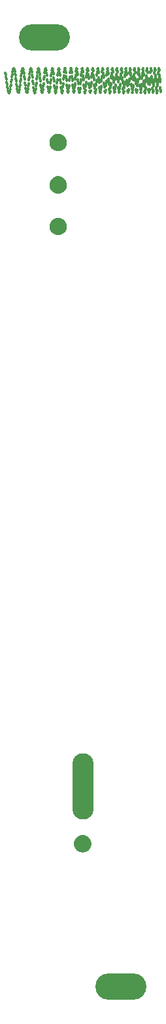
<source format=gts>
G04 Layer: TopSolderMaskLayer*
G04 EasyEDA v6.5.34, 2023-08-21 18:11:39*
G04 f96fbce58fd94eb08820de504881ded1,5a6b42c53f6a479593ecc07194224c93,10*
G04 Gerber Generator version 0.2*
G04 Scale: 100 percent, Rotated: No, Reflected: No *
G04 Dimensions in millimeters *
G04 leading zeros omitted , absolute positions ,4 integer and 5 decimal *
%FSLAX45Y45*%
%MOMM*%

%ADD10C,0.3556*%
%ADD11O,6.6032126X3.4031936000000003*%
%ADD12O,2.7631898X8.543188400000002*%

%LPD*%
G36*
X681786Y11329873D02*
G01*
X672084Y11329263D01*
X662533Y11327790D01*
X653084Y11325555D01*
X643890Y11322456D01*
X635000Y11318595D01*
X626465Y11314023D01*
X618337Y11308689D01*
X610717Y11302695D01*
X603656Y11296040D01*
X597154Y11288826D01*
X591362Y11281105D01*
X586181Y11272875D01*
X581761Y11264239D01*
X578104Y11255248D01*
X575259Y11246002D01*
X574090Y11241278D01*
X572414Y11231727D01*
X571601Y11222075D01*
X571601Y11212372D01*
X572414Y11202720D01*
X574090Y11193170D01*
X576580Y11183772D01*
X579831Y11174628D01*
X583895Y11165840D01*
X588670Y11157407D01*
X594156Y11149431D01*
X600354Y11141913D01*
X607110Y11135004D01*
X614476Y11128654D01*
X622350Y11123015D01*
X630682Y11118037D01*
X639419Y11113820D01*
X648462Y11110315D01*
X657758Y11107674D01*
X667308Y11105794D01*
X676910Y11104778D01*
X686612Y11104524D01*
X696315Y11105184D01*
X705866Y11106607D01*
X715314Y11108893D01*
X719937Y11110315D01*
X728980Y11113820D01*
X737717Y11118037D01*
X746048Y11123015D01*
X753922Y11128654D01*
X761288Y11135004D01*
X768045Y11141913D01*
X774242Y11149431D01*
X779729Y11157407D01*
X784504Y11165840D01*
X788568Y11174628D01*
X791819Y11183772D01*
X794308Y11193170D01*
X795985Y11202720D01*
X796798Y11212372D01*
X796798Y11222075D01*
X795985Y11231727D01*
X794308Y11241278D01*
X791819Y11250676D01*
X788568Y11259769D01*
X784504Y11268608D01*
X779729Y11277041D01*
X774242Y11285016D01*
X768045Y11292484D01*
X761288Y11299444D01*
X753922Y11305743D01*
X746048Y11311432D01*
X737717Y11316411D01*
X728980Y11320627D01*
X719937Y11324082D01*
X715314Y11325555D01*
X705866Y11327790D01*
X696315Y11329263D01*
X686612Y11329873D01*
G37*
G36*
X681786Y10782198D02*
G01*
X672084Y10781588D01*
X662533Y10780115D01*
X657758Y10779099D01*
X648462Y10776407D01*
X639419Y10772952D01*
X630682Y10768685D01*
X622350Y10763707D01*
X614476Y10758068D01*
X607110Y10751718D01*
X600354Y10744809D01*
X594156Y10737342D01*
X588670Y10729315D01*
X583895Y10720882D01*
X579831Y10712094D01*
X576580Y10702950D01*
X574090Y10693603D01*
X572414Y10684052D01*
X571601Y10674350D01*
X571601Y10664647D01*
X572414Y10654995D01*
X574090Y10645444D01*
X576580Y10636097D01*
X579831Y10626953D01*
X583895Y10618114D01*
X588670Y10609681D01*
X594156Y10601706D01*
X600354Y10594238D01*
X607110Y10587278D01*
X614476Y10580979D01*
X622350Y10575290D01*
X630682Y10570362D01*
X639419Y10566095D01*
X648462Y10562640D01*
X657758Y10559948D01*
X667308Y10558119D01*
X672084Y10557459D01*
X681786Y10556849D01*
X691489Y10557052D01*
X696315Y10557459D01*
X705866Y10558932D01*
X710641Y10559948D01*
X719937Y10562640D01*
X728980Y10566095D01*
X737717Y10570362D01*
X746048Y10575290D01*
X753922Y10580979D01*
X761288Y10587278D01*
X768045Y10594238D01*
X774242Y10601706D01*
X779729Y10609681D01*
X784504Y10618114D01*
X788568Y10626953D01*
X791819Y10636097D01*
X794308Y10645444D01*
X795985Y10654995D01*
X796798Y10664647D01*
X796798Y10674350D01*
X795985Y10684052D01*
X794308Y10693603D01*
X791819Y10702950D01*
X788568Y10712094D01*
X784504Y10720882D01*
X779729Y10729315D01*
X774242Y10737342D01*
X768045Y10744809D01*
X761288Y10751718D01*
X753922Y10758068D01*
X746048Y10763707D01*
X737717Y10768685D01*
X728980Y10772952D01*
X719937Y10776407D01*
X710641Y10779099D01*
X701090Y10780928D01*
X696315Y10781588D01*
X686612Y10782198D01*
G37*
G36*
X681786Y10247172D02*
G01*
X672084Y10246563D01*
X662533Y10245090D01*
X657758Y10244074D01*
X648462Y10241381D01*
X639419Y10237927D01*
X630682Y10233660D01*
X622350Y10228732D01*
X614476Y10223042D01*
X607110Y10216743D01*
X600354Y10209784D01*
X594156Y10202316D01*
X588670Y10194290D01*
X583895Y10185857D01*
X579831Y10177068D01*
X576580Y10167924D01*
X574090Y10158577D01*
X572414Y10149027D01*
X571601Y10139324D01*
X571601Y10129672D01*
X572414Y10119969D01*
X574090Y10110419D01*
X576580Y10101072D01*
X579831Y10091928D01*
X583895Y10083139D01*
X588670Y10074706D01*
X594156Y10066680D01*
X600354Y10059212D01*
X607110Y10052253D01*
X614476Y10045954D01*
X622350Y10040264D01*
X630682Y10035336D01*
X639419Y10031069D01*
X648462Y10027615D01*
X657758Y10024922D01*
X667308Y10023094D01*
X672084Y10022433D01*
X681786Y10021824D01*
X691489Y10022027D01*
X696315Y10022433D01*
X705866Y10023906D01*
X710641Y10024922D01*
X719937Y10027615D01*
X728980Y10031069D01*
X737717Y10035336D01*
X746048Y10040264D01*
X753922Y10045954D01*
X761288Y10052253D01*
X768045Y10059212D01*
X774242Y10066680D01*
X779729Y10074706D01*
X784504Y10083139D01*
X788568Y10091928D01*
X791819Y10101072D01*
X794308Y10110419D01*
X795985Y10119969D01*
X796798Y10129672D01*
X796798Y10139324D01*
X795985Y10149027D01*
X794308Y10158577D01*
X791819Y10167924D01*
X788568Y10177068D01*
X784504Y10185857D01*
X779729Y10194290D01*
X774242Y10202316D01*
X768045Y10209784D01*
X761288Y10216743D01*
X753922Y10223042D01*
X746048Y10228732D01*
X737717Y10233660D01*
X728980Y10237927D01*
X719937Y10241381D01*
X710641Y10244074D01*
X701090Y10245902D01*
X696315Y10246563D01*
X686612Y10247172D01*
G37*
G36*
X999286Y2284374D02*
G01*
X989584Y2283764D01*
X980033Y2282291D01*
X975258Y2281275D01*
X965962Y2278583D01*
X956919Y2275128D01*
X948182Y2270861D01*
X939850Y2265883D01*
X931976Y2260244D01*
X924610Y2253894D01*
X917854Y2246985D01*
X911656Y2239518D01*
X906170Y2231491D01*
X901395Y2223058D01*
X897331Y2214270D01*
X894080Y2205126D01*
X891590Y2195779D01*
X889914Y2186228D01*
X889101Y2176526D01*
X889101Y2166823D01*
X889914Y2157171D01*
X891590Y2147620D01*
X894080Y2138273D01*
X897331Y2129129D01*
X901395Y2120290D01*
X906170Y2111857D01*
X911656Y2103882D01*
X917854Y2096414D01*
X924610Y2089454D01*
X931976Y2083155D01*
X939850Y2077466D01*
X948182Y2072538D01*
X956919Y2068271D01*
X965962Y2064816D01*
X975258Y2062124D01*
X984808Y2060295D01*
X989584Y2059635D01*
X999286Y2059025D01*
X1008989Y2059228D01*
X1013815Y2059635D01*
X1023366Y2061108D01*
X1028141Y2062124D01*
X1037437Y2064816D01*
X1046480Y2068271D01*
X1055217Y2072538D01*
X1063548Y2077466D01*
X1071422Y2083155D01*
X1078788Y2089454D01*
X1085545Y2096414D01*
X1091742Y2103882D01*
X1097229Y2111857D01*
X1102004Y2120290D01*
X1106068Y2129129D01*
X1109319Y2138273D01*
X1111808Y2147620D01*
X1113485Y2157171D01*
X1114298Y2166823D01*
X1114298Y2176526D01*
X1113485Y2186228D01*
X1111808Y2195779D01*
X1109319Y2205126D01*
X1106068Y2214270D01*
X1102004Y2223058D01*
X1097229Y2231491D01*
X1091742Y2239518D01*
X1085545Y2246985D01*
X1078788Y2253894D01*
X1071422Y2260244D01*
X1063548Y2265883D01*
X1055217Y2270861D01*
X1046480Y2275128D01*
X1037437Y2278583D01*
X1028141Y2281275D01*
X1018590Y2283104D01*
X1013815Y2283764D01*
X1004112Y2284374D01*
G37*
D10*
X0Y12115800D02*
G01*
X8470Y12089345D01*
X8470Y12060250D02*
G01*
X16941Y12028599D01*
X16941Y11996798D02*
G01*
X25400Y11964987D01*
X25400Y11935637D02*
G01*
X33870Y11908917D01*
X33870Y11886945D02*
G01*
X42341Y11869910D01*
X42341Y11859214D02*
G01*
X50800Y11854990D01*
X50800Y11857657D02*
G01*
X59270Y11867268D01*
X59270Y11883125D02*
G01*
X67741Y11905200D01*
X67741Y11931743D02*
G01*
X76200Y11962637D01*
X76200Y11995335D02*
G01*
X84670Y12029653D01*
X84670Y12062698D02*
G01*
X93141Y12094225D01*
X93141Y12121522D02*
G01*
X101600Y12144336D01*
X101600Y12160646D02*
G01*
X110070Y12170252D01*
X110070Y12172243D02*
G01*
X118541Y12166526D01*
X118541Y12153508D02*
G01*
X127000Y12133237D01*
X127000Y12107453D02*
G01*
X135470Y12076305D01*
X135470Y12042594D02*
G01*
X143941Y12006567D01*
X143941Y11971530D02*
G01*
X152400Y11937806D01*
X152400Y11908563D02*
G01*
X160870Y11884106D01*
X160870Y11866798D02*
G01*
X169341Y11856877D01*
X169341Y11855376D02*
G01*
X177800Y11862381D01*
X177800Y11877309D02*
G01*
X186270Y11900093D01*
X186270Y11928568D02*
G01*
X194741Y11962513D01*
X194741Y11998604D02*
G01*
X203200Y12036493D01*
X203200Y12072386D02*
G01*
X211670Y12105891D01*
X211670Y12133567D02*
G01*
X220141Y12155060D01*
X220141Y12168093D02*
G01*
X228600Y12172447D01*
X228600Y12167580D02*
G01*
X237070Y12153460D01*
X237070Y12131481D02*
G01*
X245541Y12101829D01*
X245541Y12067593D02*
G01*
X254000Y12029132D01*
X254000Y11990547D02*
G01*
X262470Y11952325D01*
X262470Y11918622D02*
G01*
X270941Y11889902D01*
X270941Y11869384D02*
G01*
X279400Y11857398D01*
X279400Y11855368D02*
G01*
X287870Y11863412D01*
X287870Y11880707D02*
G01*
X296341Y11907118D01*
X296341Y11939704D02*
G01*
X304800Y11978091D01*
X304800Y12017903D02*
G01*
X313270Y12058606D01*
X313270Y12095454D02*
G01*
X321741Y12127905D01*
X321741Y12152076D02*
G01*
X330200Y12167567D01*
X330200Y12172447D02*
G01*
X338670Y12166549D01*
X338670Y12150496D02*
G01*
X347141Y12124420D01*
X347141Y12091428D02*
G01*
X355600Y12051946D01*
X355600Y12010796D02*
G01*
X364070Y11968571D01*
X364070Y11930534D02*
G01*
X372541Y11897314D01*
X372541Y11873136D02*
G01*
X381000Y11858444D01*
X381000Y11855201D02*
G01*
X389470Y11863555D01*
X389470Y11882531D02*
G01*
X397941Y11911906D01*
X397941Y11947941D02*
G01*
X406400Y11990115D01*
X406400Y12032922D02*
G01*
X414870Y12075660D01*
X414870Y12112642D02*
G01*
X423341Y12143204D01*
X423341Y12163188D02*
G01*
X431800Y12172162D01*
X431800Y12168819D02*
G01*
X440270Y12153117D01*
X440270Y12127110D02*
G01*
X448741Y12091174D01*
X448741Y12050204D02*
G01*
X457200Y12004885D01*
X457200Y11961533D02*
G01*
X465670Y11920946D01*
X465670Y11888886D02*
G01*
X474141Y11866003D01*
X474141Y11855643D02*
G01*
X482600Y11858091D01*
X482600Y11873105D02*
G01*
X491070Y11900481D01*
X491070Y11936351D02*
G01*
X499541Y11980075D01*
X499541Y12025294D02*
G01*
X508000Y12071139D01*
X508000Y12110808D02*
G01*
X516470Y12143463D01*
X516470Y12164169D02*
G01*
X524941Y12172411D01*
X524941Y12166848D02*
G01*
X533400Y12147481D01*
X533400Y12117181D02*
G01*
X541870Y12076478D01*
X541870Y12031576D02*
G01*
X550341Y11983374D01*
X550341Y11939358D02*
G01*
X558800Y11900481D01*
X558800Y11872907D02*
G01*
X567270Y11857299D01*
X567270Y11856212D02*
G01*
X575741Y11869793D01*
X575741Y11895968D02*
G01*
X584200Y11934253D01*
X584200Y11978548D02*
G01*
X592670Y12027923D01*
X592670Y12074344D02*
G01*
X601141Y12116760D01*
X601141Y12148151D02*
G01*
X609600Y12167735D01*
X609600Y12172162D02*
G01*
X618070Y12161230D01*
X618070Y12136661D02*
G01*
X626541Y12098919D01*
X626541Y12054321D02*
G01*
X635000Y12003844D01*
X635000Y11956082D02*
G01*
X643470Y11912173D01*
X643470Y11879722D02*
G01*
X651941Y11859585D01*
X651941Y11855343D02*
G01*
X660400Y11867212D01*
X660400Y11893222D02*
G01*
X668870Y11932833D01*
X668870Y11979120D02*
G01*
X677341Y12030999D01*
X677341Y12079226D02*
G01*
X685800Y12122584D01*
X685800Y12153224D02*
G01*
X694270Y12170290D01*
X694270Y12170587D02*
G01*
X702741Y12153986D01*
X702741Y12123440D02*
G01*
X711200Y12079622D01*
X711200Y12030552D02*
G01*
X719670Y11977471D01*
X719670Y11930255D02*
G01*
X728141Y11890176D01*
X728141Y11864825D02*
G01*
X736600Y11854972D01*
X736600Y11862574D02*
G01*
X745070Y11887565D01*
X745070Y11925249D02*
G01*
X753541Y11974723D01*
X753541Y12026483D02*
G01*
X762000Y12079170D01*
X762000Y12122503D02*
G01*
X770470Y12155263D01*
X770470Y12170935D02*
G01*
X778941Y12168987D01*
X778941Y12149696D02*
G01*
X787400Y12113468D01*
X787400Y12067456D02*
G01*
X795870Y12012866D01*
X795870Y11960651D02*
G01*
X804341Y11912282D01*
X804341Y11877619D02*
G01*
X812800Y11857725D01*
X812800Y11856758D02*
G01*
X821270Y11874878D01*
X821270Y11908444D02*
G01*
X829741Y11956602D01*
X829741Y12009407D02*
G01*
X838200Y12065360D01*
X838200Y12112731D02*
G01*
X846670Y12150097D01*
X846670Y12169490D02*
G01*
X855141Y12170222D01*
X855141Y12152028D02*
G01*
X863600Y12115335D01*
X863600Y12067926D02*
G01*
X872070Y12011141D01*
X872070Y11957243D02*
G01*
X880541Y11907850D01*
X880541Y11873786D02*
G01*
X889000Y11856176D01*
X889000Y11858985D02*
G01*
X897470Y11882264D01*
X897470Y11920941D02*
G01*
X905941Y11973948D01*
X905941Y12029493D02*
G01*
X914400Y12085899D01*
X914400Y12130440D02*
G01*
X922870Y12161677D01*
X922870Y12172434D02*
G01*
X931341Y12162259D01*
X931341Y12133361D02*
G01*
X939800Y12086536D01*
X939800Y12032493D02*
G01*
X948270Y11972894D01*
X948270Y11921553D02*
G01*
X956741Y11880161D01*
X956741Y11858464D02*
G01*
X965200Y11857273D01*
X965200Y11876968D02*
G01*
X973670Y11917045D01*
X973670Y11968088D02*
G01*
X982141Y12028500D01*
X982141Y12083869D02*
G01*
X990600Y12132358D01*
X990600Y12162228D02*
G01*
X999070Y12172398D01*
X999070Y12160288D02*
G01*
X1007541Y12126180D01*
X1007541Y12078301D02*
G01*
X1016000Y12018167D01*
X1016000Y11960547D02*
G01*
X1024470Y11907372D01*
X1024470Y11871883D02*
G01*
X1032941Y11855363D01*
X1032941Y11862048D02*
G01*
X1041400Y11891838D01*
X1041400Y11937349D02*
G01*
X1049870Y11997108D01*
X1049870Y12056033D02*
G01*
X1058341Y12112096D01*
X1058341Y12150961D02*
G01*
X1066800Y12171189D01*
X1066800Y12167481D02*
G01*
X1075270Y12139836D01*
X1075270Y12095304D02*
G01*
X1083741Y12035332D01*
X1083741Y11975510D02*
G01*
X1092200Y11917926D01*
X1092200Y11877725D02*
G01*
X1100670Y11856417D01*
X1100670Y11859734D02*
G01*
X1109141Y11887702D01*
X1109141Y11932965D02*
G01*
X1117600Y11994022D01*
X1117600Y12054563D02*
G01*
X1126070Y12112426D01*
X1126070Y12151951D02*
G01*
X1134541Y12171634D01*
X1134541Y12166028D02*
G01*
X1143000Y12135190D01*
X1143000Y12087461D02*
G01*
X1151470Y12024464D01*
X1151470Y11963516D02*
G01*
X1159941Y11906831D01*
X1159941Y11870184D02*
G01*
X1168400Y11854997D01*
X1168400Y11865625D02*
G01*
X1176870Y11901815D01*
X1176870Y11953491D02*
G01*
X1185341Y12018845D01*
X1185341Y12079404D02*
G01*
X1193800Y12132934D01*
X1193800Y12164113D02*
G01*
X1202270Y12171679D01*
X1202270Y12153361D02*
G01*
X1210741Y12109691D01*
X1210741Y12053194D02*
G01*
X1219200Y11985896D01*
X1219200Y11927347D02*
G01*
X1227670Y11879765D01*
X1227670Y11857144D02*
G01*
X1236141Y11860461D01*
X1236141Y11888843D02*
G01*
X1244600Y11941355D01*
X1244600Y12002515D02*
G01*
X1253070Y12070067D01*
X1253070Y12123849D02*
G01*
X1261541Y12161763D01*
X1261541Y12172348D02*
G01*
X1270000Y12155060D01*
X1270000Y12115012D02*
G01*
X1278470Y12053615D01*
X1278470Y11989475D02*
G01*
X1286941Y11925028D01*
X1286941Y11880011D02*
G01*
X1295400Y11856262D01*
X1295400Y11861185D02*
G01*
X1303870Y11894728D01*
X1303870Y11946608D02*
G01*
X1312341Y12014906D01*
X1312341Y12078375D02*
G01*
X1320800Y12134527D01*
X1320800Y12165705D02*
G01*
X1329270Y12170567D01*
X1329270Y12147476D02*
G01*
X1337741Y12097184D01*
X1337741Y12035586D02*
G01*
X1346200Y11965030D01*
X1346200Y11908048D02*
G01*
X1354670Y11866946D01*
X1354670Y11855010D02*
G01*
X1363141Y11872851D01*
X1363141Y11914814D02*
G01*
X1371600Y11979348D01*
X1371600Y12045528D02*
G01*
X1380070Y12110753D01*
X1380070Y12153628D02*
G01*
X1388541Y12172360D01*
X1388541Y12160676D02*
G01*
X1397000Y12118901D01*
X1397000Y12060775D02*
G01*
X1405470Y11988528D01*
X1405470Y11926211D02*
G01*
X1413941Y11876354D01*
X1413941Y11855742D02*
G01*
X1422400Y11865328D01*
X1422400Y11901995D02*
G01*
X1430870Y11964393D01*
X1430870Y12031438D02*
G01*
X1439341Y12100458D01*
X1439341Y12147885D02*
G01*
X1447800Y12171723D01*
X1447800Y12163686D02*
G01*
X1456270Y12123961D01*
X1456270Y12066148D02*
G01*
X1464741Y11992503D01*
X1464741Y11928561D02*
G01*
X1473200Y11876943D01*
X1473200Y11855734D02*
G01*
X1481670Y11865942D01*
X1481670Y11904073D02*
G01*
X1490141Y11968726D01*
X1490141Y12037131D02*
G01*
X1498600Y12106536D01*
X1498600Y12152274D02*
G01*
X1507070Y12172373D01*
X1507070Y12159561D02*
G01*
X1515541Y12114212D01*
X1515541Y12052523D02*
G01*
X1524000Y11976912D01*
X1524000Y11914682D02*
G01*
X1532470Y11868421D01*
X1532470Y11855010D02*
G01*
X1540941Y11875127D01*
X1540941Y11921535D02*
G01*
X1549400Y11992465D01*
X1549400Y12061924D02*
G01*
X1557870Y12127067D01*
X1557870Y12163803D02*
G01*
X1566341Y12170514D01*
X1566341Y12144590D02*
G01*
X1574800Y12086970D01*
X1574800Y12019061D02*
G01*
X1583270Y11943605D01*
X1583270Y11888929D02*
G01*
X1591741Y11857347D01*
X1591741Y11860875D02*
G01*
X1600200Y11899516D01*
X1600200Y11958706D02*
G01*
X1608670Y12036115D01*
X1608670Y12102251D02*
G01*
X1617141Y12154352D01*
X1617141Y12172378D02*
G01*
X1625600Y12155444D01*
X1625600Y12109978D02*
G01*
X1634070Y12037715D01*
X1634070Y11966600D02*
G01*
X1642541Y11899552D01*
X1642541Y11862729D02*
G01*
X1651000Y11857763D01*
X1651000Y11886704D02*
G01*
X1659470Y11948505D01*
X1659470Y12018911D02*
G01*
X1667941Y12095101D01*
X1667941Y12146892D02*
G01*
X1676400Y12172081D01*
X1676400Y12160554D02*
G01*
X1684870Y12112625D01*
X1684870Y12047369D02*
G01*
X1693341Y11967375D01*
X1693341Y11904779D02*
G01*
X1701800Y11862203D01*
X1701800Y11856920D02*
G01*
X1710270Y11889308D01*
X1710270Y11946303D02*
G01*
X1718741Y12025703D01*
X1718741Y12095132D02*
G01*
X1727200Y12151730D01*
X1727200Y12172231D02*
G01*
X1735670Y12155647D01*
X1735670Y12108723D02*
G01*
X1744141Y12033224D01*
X1744141Y11960385D02*
G01*
X1752600Y11893153D01*
X1752600Y11859567D02*
G01*
X1761070Y11861116D01*
X1761070Y11897258D02*
G01*
X1769541Y11966668D01*
X1769541Y12040227D02*
G01*
X1778000Y12114994D01*
X1778000Y12159345D02*
G01*
X1786470Y12171380D01*
X1786470Y12145901D02*
G01*
X1794941Y12083765D01*
X1794941Y12011421D02*
G01*
X1803400Y11931710D01*
X1803400Y11878840D02*
G01*
X1811870Y11855010D01*
X1811870Y11870575D02*
G01*
X1820341Y11925089D01*
X1820341Y11995012D02*
G01*
X1828800Y12077649D01*
X1828800Y12137039D02*
G01*
X1837270Y12170742D01*
X1837270Y12163940D02*
G01*
X1845741Y12116749D01*
X1845741Y12049813D02*
G01*
X1854200Y11965675D01*
X1854200Y11901474D02*
G01*
X1862670Y11859785D01*
X1862670Y11859183D02*
G01*
X1871141Y11899844D01*
X1871141Y11963740D02*
G01*
X1879600Y12048479D01*
X1879600Y12116140D02*
G01*
X1888070Y12164039D01*
X1888070Y12170562D02*
G01*
X1896541Y12135302D01*
X1896541Y12074098D02*
G01*
X1905000Y11989203D01*
X1905000Y11919143D02*
G01*
X1913470Y11866636D01*
X1913470Y11855716D02*
G01*
X1921941Y11886938D01*
X1921941Y11946092D02*
G01*
X1930400Y12031047D01*
X1930400Y12102716D02*
G01*
X1938870Y12158345D01*
X1938870Y12172149D02*
G01*
X1947341Y12143458D01*
X1947341Y12085500D02*
G01*
X1955800Y12000339D01*
X1955800Y11927692D02*
G01*
X1964270Y11870296D01*
X1964270Y11855122D02*
G01*
X1972741Y11882884D01*
X1972741Y11940598D02*
G01*
X1981200Y12026262D01*
X1981200Y12099373D02*
G01*
X1989670Y12157224D01*
X1989670Y12172256D02*
G01*
X1998141Y12143780D01*
X1998141Y12085297D02*
G01*
X2006600Y11998797D01*
X2006600Y11925734D02*
G01*
X2015070Y11868764D01*
D11*
G01*
X1498600Y330200D03*
G01*
X508000Y12573000D03*
D12*
G01*
X1003300Y2908300D03*
M02*

</source>
